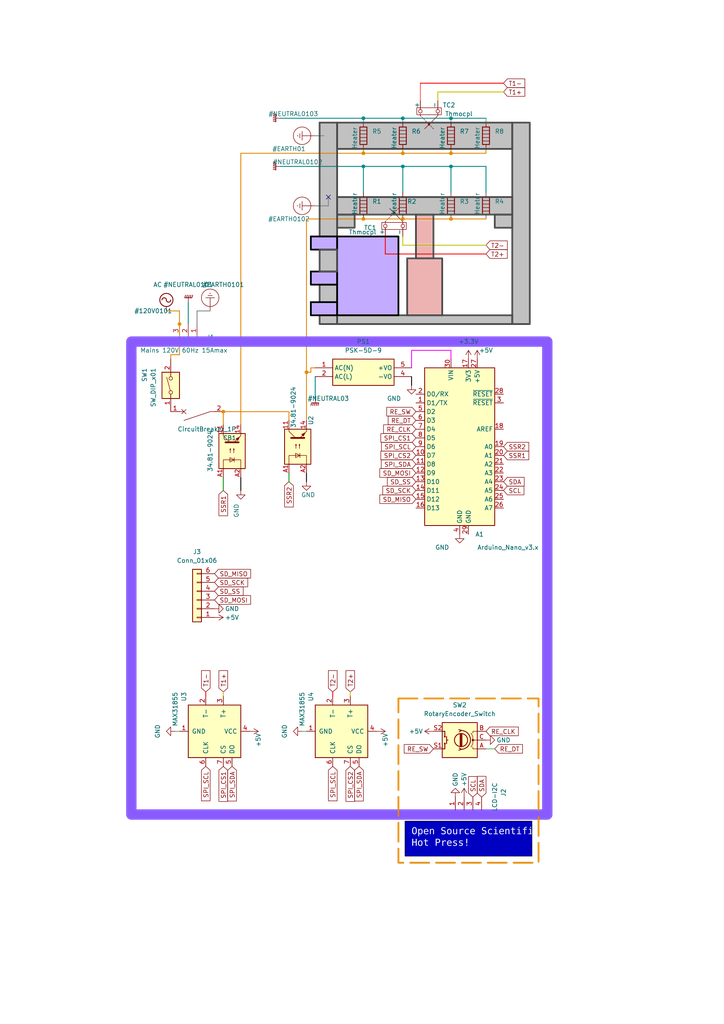
<source format=kicad_sch>
(kicad_sch (version 20230121) (generator eeschema)
  (paper "A4" portrait)
  (lib_symbols
    (symbol "Connector:Screw_Terminal_01x03" (pin_names (offset 1.016) hide)
      (property "Reference" "J" (at 0 5.08 0))
      (property "Value" "Screw_Terminal_01x03" (at 0 -5.08 0))
      (symbol "Screw_Terminal_01x03_1_1"
        (rectangle (start -1.27 3.81) (end 1.27 -3.81) (stroke (width 0.254)) (fill (type background)))
        (circle (center 0 -2.54) (radius 0.635) (stroke (width 0.1524)))
        (polyline (pts (xy -0.5334 -2.2098) (xy 0.3302 -3.048)) (stroke (width 0.1524)))
        (polyline (pts (xy -0.5334 0.3302) (xy 0.3302 -0.508)) (stroke (width 0.1524)))
        (polyline (pts (xy -0.5334 2.8702) (xy 0.3302 2.032)) (stroke (width 0.1524)))
        (polyline (pts (xy -0.3556 -2.032) (xy 0.508 -2.8702)) (stroke (width 0.1524)))
        (polyline (pts (xy -0.3556 0.508) (xy 0.508 -0.3302)) (stroke (width 0.1524)))
        (polyline (pts (xy -0.3556 3.048) (xy 0.508 2.2098)) (stroke (width 0.1524)))
        (circle (center 0 0) (radius 0.635) (stroke (width 0.1524)))
        (circle (center 0 2.54) (radius 0.635) (stroke (width 0.1524)))
        (pin passive line (at -5.08 2.54 0) (length 3.81) (name "Pin_1") (number "1"))
        (pin passive line (at -5.08 0 0) (length 3.81) (name "Pin_2") (number "2"))
        (pin passive line (at -5.08 -2.54 0) (length 3.81) (name "Pin_3") (number "3"))
      )
    )
    (symbol "Connector_Generic:Conn_01x04" (pin_names (offset 1.016) hide)
      (property "Reference" "J" (at 0 5.08 0))
      (property "Value" "Conn_01x04" (at 0 -7.62 0))
      (symbol "Conn_01x04_1_1"
        (rectangle (start -1.27 -4.953) (end 0 -5.207) (stroke (width 0.1524)))
        (rectangle (start -1.27 -2.413) (end 0 -2.667) (stroke (width 0.1524)))
        (rectangle (start -1.27 0.127) (end 0 -0.127) (stroke (width 0.1524)))
        (rectangle (start -1.27 2.667) (end 0 2.413) (stroke (width 0.1524)))
        (rectangle (start -1.27 3.81) (end 1.27 -6.35) (stroke (width 0.254)) (fill (type background)))
        (pin passive line (at -5.08 2.54 0) (length 3.81) (name "Pin_1") (number "1"))
        (pin passive line (at -5.08 0 0) (length 3.81) (name "Pin_2") (number "2"))
        (pin passive line (at -5.08 -2.54 0) (length 3.81) (name "Pin_3") (number "3"))
        (pin passive line (at -5.08 -5.08 0) (length 3.81) (name "Pin_4") (number "4"))
      )
    )
    (symbol "Connector_Generic:Conn_01x06" (pin_names (offset 1.016) hide)
      (property "Reference" "J" (at 0 7.62 0))
      (property "Value" "Conn_01x06" (at 0 -10.16 0))
      (symbol "Conn_01x06_1_1"
        (rectangle (start -1.27 -7.493) (end 0 -7.747) (stroke (width 0.1524)))
        (rectangle (start -1.27 -4.953) (end 0 -5.207) (stroke (width 0.1524)))
        (rectangle (start -1.27 -2.413) (end 0 -2.667) (stroke (width 0.1524)))
        (rectangle (start -1.27 0.127) (end 0 -0.127) (stroke (width 0.1524)))
        (rectangle (start -1.27 2.667) (end 0 2.413) (stroke (width 0.1524)))
        (rectangle (start -1.27 5.207) (end 0 4.953) (stroke (width 0.1524)))
        (rectangle (start -1.27 6.35) (end 1.27 -8.89) (stroke (width 0.254)) (fill (type background)))
        (pin passive line (at -5.08 5.08 0) (length 3.81) (name "Pin_1") (number "1"))
        (pin passive line (at -5.08 2.54 0) (length 3.81) (name "Pin_2") (number "2"))
        (pin passive line (at -5.08 0 0) (length 3.81) (name "Pin_3") (number "3"))
        (pin passive line (at -5.08 -2.54 0) (length 3.81) (name "Pin_4") (number "4"))
        (pin passive line (at -5.08 -5.08 0) (length 3.81) (name "Pin_5") (number "5"))
        (pin passive line (at -5.08 -7.62 0) (length 3.81) (name "Pin_6") (number "6"))
      )
    )
    (symbol "Device:CircuitBreaker_1P"
      (property "Reference" "CB" (at 1.905 0 0))
      (property "Value" "CircuitBreaker_1P" (at 1.905 1.905 0))
      (symbol "CircuitBreaker_1P_0_1"
        (polyline (pts (xy 0 -5.08) (xy 0 -3.81)))
        (polyline (pts (xy 0 -3.81) (xy -2.54 3.81)))
      )
      (symbol "CircuitBreaker_1P_1_1"
        (polyline (pts (xy -0.635 4.445) (xy 0.635 3.175)))
        (polyline (pts (xy 0 5.08) (xy 0 3.81)))
        (polyline (pts (xy 0.635 4.445) (xy -0.635 3.175)))
        (pin passive line (at 0 7.62 270) (length 2.54) (name "~") (number "1"))
        (pin passive line (at 0 -7.62 90) (length 2.54) (name "~") (number "2"))
      )
    )
    (symbol "Device:Heater" (pin_numbers hide) (pin_names (offset 0))
      (property "Reference" "R" (at 2.032 0 90))
      (property "Value" "Heater" (at -2.032 0 90))
      (symbol "Heater_0_1"
        (rectangle (start -1.016 -2.54) (end 1.016 2.54) (stroke (width 0.254)))
        (polyline (pts (xy -1.016 1.524) (xy 1.016 1.524)))
        (polyline (pts (xy 1.016 -1.524) (xy -1.016 -1.524)))
        (polyline (pts (xy 1.016 -0.508) (xy -1.016 -0.508)))
        (polyline (pts (xy 1.016 0.508) (xy -1.016 0.508)))
      )
      (symbol "Heater_1_1"
        (pin passive line (at 0 3.81 270) (length 1.27) (name "~") (number "1"))
        (pin passive line (at 0 -3.81 90) (length 1.27) (name "~") (number "2"))
      )
    )
    (symbol "Device:RotaryEncoder_Switch" (pin_names (offset 0.254) hide)
      (property "Reference" "SW" (at 0 6.604 0))
      (property "Value" "RotaryEncoder_Switch" (at 0 -6.604 0))
      (symbol "RotaryEncoder_Switch_0_1"
        (rectangle (start -5.08 5.08) (end 5.08 -5.08) (stroke (width 0.254)) (fill (type background)))
        (circle (center -3.81 0) (radius 0.254) (fill (type outline)))
        (circle (center -0.381 0) (radius 1.905) (stroke (width 0.254)))
        (arc (start -0.381 2.667) (mid -3.0988 -0.0635) (end -0.381 -2.794) (stroke (width 0.254)))
        (polyline (pts (xy -0.635 -1.778) (xy -0.635 1.778)) (stroke (width 0.254)))
        (polyline (pts (xy -0.381 -1.778) (xy -0.381 1.778)) (stroke (width 0.254)))
        (polyline (pts (xy -0.127 1.778) (xy -0.127 -1.778)) (stroke (width 0.254)))
        (polyline (pts (xy 3.81 0) (xy 3.429 0)) (stroke (width 0.254)))
        (polyline (pts (xy 3.81 1.016) (xy 3.81 -1.016)) (stroke (width 0.254)))
        (polyline (pts (xy -5.08 -2.54) (xy -3.81 -2.54) (xy -3.81 -2.032)))
        (polyline (pts (xy -5.08 2.54) (xy -3.81 2.54) (xy -3.81 2.032)))
        (polyline (pts (xy 0.254 -3.048) (xy -0.508 -2.794) (xy 0.127 -2.413)) (stroke (width 0.254)))
        (polyline (pts (xy 0.254 2.921) (xy -0.508 2.667) (xy 0.127 2.286)) (stroke (width 0.254)))
        (polyline (pts (xy 5.08 -2.54) (xy 4.318 -2.54) (xy 4.318 -1.016)) (stroke (width 0.254)))
        (polyline (pts (xy 5.08 2.54) (xy 4.318 2.54) (xy 4.318 1.016)) (stroke (width 0.254)))
        (polyline (pts (xy -5.08 0) (xy -3.81 0) (xy -3.81 -1.016) (xy -3.302 -2.032)))
        (polyline (pts (xy -4.318 0) (xy -3.81 0) (xy -3.81 1.016) (xy -3.302 2.032)))
        (circle (center 4.318 -1.016) (radius 0.127) (stroke (width 0.254)))
        (circle (center 4.318 1.016) (radius 0.127) (stroke (width 0.254)))
      )
      (symbol "RotaryEncoder_Switch_1_1"
        (pin passive line (at -7.62 2.54 0) (length 2.54) (name "A") (number "A"))
        (pin passive line (at -7.62 -2.54 0) (length 2.54) (name "B") (number "B"))
        (pin passive line (at -7.62 0 0) (length 2.54) (name "C") (number "C"))
        (pin passive line (at 7.62 2.54 180) (length 2.54) (name "S1") (number "S1"))
        (pin passive line (at 7.62 -2.54 180) (length 2.54) (name "S2") (number "S2"))
      )
    )
    (symbol "Device:Thermocouple_Block" (pin_numbers hide) (pin_names (offset 0))
      (property "Reference" "TC" (at -3.048 3.81 0))
      (property "Value" "Thermocouple_Block" (at -5.08 -4.064 0))
      (symbol "Thermocouple_Block_0_1"
        (circle (center -1.778 0) (radius 0.254) (fill (type outline)))
        (polyline (pts (xy -2.794 -1.016) (xy -3.048 -1.27)))
        (polyline (pts (xy -2.286 -0.508) (xy -2.54 -0.762)))
        (polyline (pts (xy -1.778 0) (xy -2.032 -0.254)))
        (polyline (pts (xy -1.27 0.508) (xy -1.524 0.254)))
        (polyline (pts (xy -0.762 1.016) (xy -1.016 0.762)))
        (polyline (pts (xy -0.254 1.524) (xy -0.508 1.27)))
        (polyline (pts (xy 0.254 2.032) (xy 0 1.778)))
        (polyline (pts (xy 0.762 2.54) (xy 0.508 2.286)))
        (polyline (pts (xy 1.27 -2.54) (xy 1.016 -2.54)))
        (polyline (pts (xy 1.27 2.54) (xy 0.762 2.54)))
        (polyline (pts (xy 1.524 -2.54) (xy 0.762 -2.54) (xy -3.048 1.27)))
        (rectangle (start 1.016 3.556) (end 3.048 -3.556))
        (circle (center 2.032 -2.54) (radius 0.508))
        (circle (center 2.032 2.54) (radius 0.508))
      )
      (symbol "Thermocouple_Block_1_1"
        (pin passive line (at 5.08 2.54 180) (length 2.54) (name "+") (number "1"))
        (pin passive line (at 5.08 -2.54 180) (length 2.54) (name "-") (number "2"))
      )
    )
    (symbol "GND_1" (power) (pin_names (offset 0))
      (property "Value" "GND_1" (at 0 -3.81 0))
      (symbol "GND_1_0_1"
        (polyline (pts (xy 0 0) (xy 0 -1.27) (xy 1.27 -1.27) (xy 0 -2.54) (xy -1.27 -1.27) (xy 0 -1.27)))
      )
      (symbol "GND_1_1_1"
        (pin power_in line (at 0 0 270) (length 0) hide (name "GND") (number "1"))
      )
    )
    (symbol "MCU_Module:Arduino_Nano_v3.x"
      (property "Reference" "A" (at -10.16 23.495 0))
      (property "Value" "Arduino_Nano_v3.x" (at 5.08 -24.13 0))
      (symbol "Arduino_Nano_v3.x_0_1"
        (rectangle (start -10.16 22.86) (end 10.16 -22.86) (stroke (width 0.254)) (fill (type background)))
      )
      (symbol "Arduino_Nano_v3.x_1_1"
        (pin bidirectional line (at -12.7 12.7 0) (length 2.54) (name "D1/TX") (number "1"))
        (pin bidirectional line (at -12.7 -2.54 0) (length 2.54) (name "D7") (number "10"))
        (pin bidirectional line (at -12.7 -5.08 0) (length 2.54) (name "D8") (number "11"))
        (pin bidirectional line (at -12.7 -7.62 0) (length 2.54) (name "D9") (number "12"))
        (pin bidirectional line (at -12.7 -10.16 0) (length 2.54) (name "D10") (number "13"))
        (pin bidirectional line (at -12.7 -12.7 0) (length 2.54) (name "D11") (number "14"))
        (pin bidirectional line (at -12.7 -15.24 0) (length 2.54) (name "D12") (number "15"))
        (pin bidirectional line (at -12.7 -17.78 0) (length 2.54) (name "D13") (number "16"))
        (pin power_out line (at 2.54 25.4 270) (length 2.54) (name "3V3") (number "17"))
        (pin input line (at 12.7 5.08 180) (length 2.54) (name "AREF") (number "18"))
        (pin bidirectional line (at 12.7 0 180) (length 2.54) (name "A0") (number "19"))
        (pin bidirectional line (at -12.7 15.24 0) (length 2.54) (name "D0/RX") (number "2"))
        (pin bidirectional line (at 12.7 -2.54 180) (length 2.54) (name "A1") (number "20"))
        (pin bidirectional line (at 12.7 -5.08 180) (length 2.54) (name "A2") (number "21"))
        (pin bidirectional line (at 12.7 -7.62 180) (length 2.54) (name "A3") (number "22"))
        (pin bidirectional line (at 12.7 -10.16 180) (length 2.54) (name "A4") (number "23"))
        (pin bidirectional line (at 12.7 -12.7 180) (length 2.54) (name "A5") (number "24"))
        (pin bidirectional line (at 12.7 -15.24 180) (length 2.54) (name "A6") (number "25"))
        (pin bidirectional line (at 12.7 -17.78 180) (length 2.54) (name "A7") (number "26"))
        (pin power_out line (at 5.08 25.4 270) (length 2.54) (name "+5V") (number "27"))
        (pin input line (at 12.7 15.24 180) (length 2.54) (name "~{RESET}") (number "28"))
        (pin power_in line (at 2.54 -25.4 90) (length 2.54) (name "GND") (number "29"))
        (pin input line (at 12.7 12.7 180) (length 2.54) (name "~{RESET}") (number "3"))
        (pin power_in line (at -2.54 25.4 270) (length 2.54) (name "VIN") (number "30"))
        (pin power_in line (at 0 -25.4 90) (length 2.54) (name "GND") (number "4"))
        (pin bidirectional line (at -12.7 10.16 0) (length 2.54) (name "D2") (number "5"))
        (pin bidirectional line (at -12.7 7.62 0) (length 2.54) (name "D3") (number "6"))
        (pin bidirectional line (at -12.7 5.08 0) (length 2.54) (name "D4") (number "7"))
        (pin bidirectional line (at -12.7 2.54 0) (length 2.54) (name "D5") (number "8"))
        (pin bidirectional line (at -12.7 0 0) (length 2.54) (name "D6") (number "9"))
      )
    )
    (symbol "Relay_SolidState:34.81-9024"
      (property "Reference" "U" (at -5.08 5.08 0))
      (property "Value" "34.81-9024" (at 0 5.08 0))
      (symbol "34.81-9024_0_1"
        (rectangle (start -5.08 3.81) (end 5.08 -3.81) (stroke (width 0.254)) (fill (type background)))
        (polyline (pts (xy -3.175 -0.635) (xy -1.905 -0.635)))
        (polyline (pts (xy 2.54 1.905) (xy 2.54 -1.905) (xy 2.54 -1.905)) (stroke (width 0.508)))
        (polyline (pts (xy -5.08 2.54) (xy -2.54 2.54) (xy -2.54 -2.54) (xy -5.08 -2.54)))
        (polyline (pts (xy -2.54 -0.635) (xy -3.175 0.635) (xy -1.905 0.635) (xy -2.54 -0.635)))
        (polyline (pts (xy -0.508 -0.508) (xy 0.762 -0.508) (xy 0.381 -0.635) (xy 0.381 -0.381) (xy 0.762 -0.508)))
        (polyline (pts (xy -0.508 0.508) (xy 0.762 0.508) (xy 0.381 0.381) (xy 0.381 0.635) (xy 0.762 0.508)))
        (polyline (pts (xy 3.048 -1.651) (xy 3.556 -1.143) (xy 4.064 -2.159) (xy 3.048 -1.651) (xy 3.048 -1.651)) (fill (type outline)))
        (polyline (pts (xy 5.08 2.54) (xy 4.445 2.54) (xy 2.54 0.635) (xy 2.54 -0.635) (xy 4.445 -2.54) (xy 5.08 -2.54)))
      )
      (symbol "34.81-9024_1_1"
        (pin passive line (at 7.62 2.54 180) (length 2.54) (name "~") (number "11"))
        (pin passive line (at 7.62 -2.54 180) (length 2.54) (name "~") (number "14"))
        (pin passive line (at -7.62 2.54 0) (length 2.54) (name "~") (number "A1"))
        (pin passive line (at -7.62 -2.54 0) (length 2.54) (name "~") (number "A2"))
      )
    )
    (symbol "SamacSys_Parts:PSK-5D-9"
      (property "Reference" "PS" (at 24.13 7.62 0))
      (property "Value" "PSK-5D-9" (at 24.13 5.08 0))
      (symbol "PSK-5D-9_1_1"
        (rectangle (start 5.08 2.54) (end 22.86 -5.08) (stroke (width 0.254)) (fill (type background)))
        (pin passive line (at 0 0 0) (length 5.08) (name "AC(N)") (number "1"))
        (pin passive line (at 0 -2.54 0) (length 5.08) (name "AC(L)") (number "2"))
        (pin passive line (at 27.94 -2.54 180) (length 5.08) (name "-VO") (number "4"))
        (pin passive line (at 27.94 0 180) (length 5.08) (name "+VO") (number "5"))
      )
    )
    (symbol "Sensor_Temperature:MAX31855EASA" (pin_names (offset 1.016))
      (property "Reference" "U1" (at -11.43 -8.89 0))
      (property "Value" "MAX31855" (at -11.43 -11.43 0))
      (symbol "MAX31855EASA_0_1"
        (rectangle (start -7.62 7.62) (end 7.62 -7.62) (stroke (width 0.254)) (fill (type background)))
      )
      (symbol "MAX31855EASA_1_1"
        (pin power_in line (at 0 -10.16 90) (length 2.54) (name "GND") (number "1"))
        (pin passive line (at -10.16 -2.54 0) (length 2.54) (name "T-") (number "2"))
        (pin passive line (at -10.16 2.54 0) (length 2.54) (name "T+") (number "3"))
        (pin power_in line (at 0 10.16 270) (length 2.54) (name "VCC") (number "4"))
        (pin input line (at 10.16 5.08 180) (length 2.54) (name "DO") (number "5"))
        (pin input line (at 10.16 -2.54 180) (length 2.54) (name "CLK") (number "6"))
        (pin tri_state line (at 10.16 2.54 180) (length 2.54) (name "CS") (number "7"))
      )
    )
    (symbol "Switch:SW_DIP_x01" (pin_names (offset 0) hide)
      (property "Reference" "SW" (at 0 3.81 0))
      (property "Value" "SW_DIP_x01" (at 0 -3.81 0))
      (symbol "SW_DIP_x01_0_0"
        (circle (center -2.032 0) (radius 0.508))
        (polyline (pts (xy -1.524 0.127) (xy 2.3622 1.1684)))
        (circle (center 2.032 0) (radius 0.508))
      )
      (symbol "SW_DIP_x01_0_1"
        (rectangle (start -3.81 2.54) (end 3.81 -2.54) (stroke (width 0.254)) (fill (type background)))
      )
      (symbol "SW_DIP_x01_1_1"
        (pin passive line (at -7.62 0 0) (length 5.08) (name "~") (number "1"))
        (pin passive line (at 7.62 0 180) (length 5.08) (name "~") (number "2"))
      )
    )
    (symbol "power:+3.3V" (power) (pin_names (offset 0))
      (property "Value" "+3.3V" (at 0 3.556 0))
      (symbol "+3.3V_0_1"
        (polyline (pts (xy -0.762 1.27) (xy 0 2.54)))
        (polyline (pts (xy 0 0) (xy 0 2.54)))
        (polyline (pts (xy 0 2.54) (xy 0.762 1.27)))
      )
      (symbol "+3.3V_1_1"
        (pin power_in line (at 0 0 90) (length 0) hide (name "+3.3V") (number "1"))
      )
    )
    (symbol "power:+5V" (power) (pin_names (offset 0))
      (property "Value" "+5V" (at 0 3.556 0))
      (symbol "+5V_0_1"
        (polyline (pts (xy -0.762 1.27) (xy 0 2.54)))
        (polyline (pts (xy 0 0) (xy 0 2.54)))
        (polyline (pts (xy 0 2.54) (xy 0.762 1.27)))
      )
      (symbol "+5V_1_1"
        (pin power_in line (at 0 0 90) (length 0) hide (name "+5V") (number "1"))
      )
    )
    (symbol "power:AC" (power) (pin_names (offset 0))
      (property "Value" "AC" (at 0 6.35 0))
      (symbol "AC_0_1"
        (polyline (pts (xy 0 0) (xy 0 1.27)))
        (arc (start 0 3.175) (mid -0.635 3.8073) (end -1.27 3.175) (stroke (width 0.254)))
        (arc (start 0 3.175) (mid 0.635 2.5427) (end 1.27 3.175) (stroke (width 0.254)))
        (circle (center 0 3.175) (radius 1.905) (stroke (width 0.254)))
      )
      (symbol "AC_1_1"
        (pin power_in line (at 0 0 90) (length 0) hide (name "AC") (number "1"))
      )
    )
    (symbol "power:Earth_Protective" (power) (pin_names (offset 0))
      (symbol "Earth_Protective_0_1"
        (circle (center 0 -3.81) (radius 2.54))
        (polyline (pts (xy -0.635 -4.445) (xy 0.635 -4.445)))
        (polyline (pts (xy -0.127 -5.08) (xy 0.127 -5.08)))
        (polyline (pts (xy 0 -3.81) (xy 0 0)))
        (polyline (pts (xy 1.27 -3.81) (xy -1.27 -3.81)))
      )
      (symbol "Earth_Protective_1_1"
        (pin power_in line (at 0 0 270) (length 0) hide (name "Earth_Protective") (number "1"))
      )
    )
    (symbol "power:GND" (power) (pin_names (offset 0))
      (property "Value" "GND" (at 0 -3.81 0))
      (symbol "GND_0_1"
        (polyline (pts (xy 0 0) (xy 0 -1.27) (xy 1.27 -1.27) (xy 0 -2.54) (xy -1.27 -1.27) (xy 0 -1.27)))
      )
      (symbol "GND_1_1"
        (pin power_in line (at 0 0 270) (length 0) hide (name "GND") (number "1"))
      )
    )
    (symbol "power:GNDPWR" (power) (pin_names (offset 0))
      (property "Value" "GNDPWR" (at 0 -3.302 0))
      (symbol "GNDPWR_0_1"
        (polyline (pts (xy 0 -1.27) (xy 0 0)))
        (polyline (pts (xy -1.016 -1.27) (xy -1.27 -2.032) (xy -1.27 -2.032)) (stroke (width 0.2032)))
        (polyline (pts (xy -0.508 -1.27) (xy -0.762 -2.032) (xy -0.762 -2.032)) (stroke (width 0.2032)))
        (polyline (pts (xy 0 -1.27) (xy -0.254 -2.032) (xy -0.254 -2.032)) (stroke (width 0.2032)))
        (polyline (pts (xy 0.508 -1.27) (xy 0.254 -2.032) (xy 0.254 -2.032)) (stroke (width 0.2032)))
        (polyline (pts (xy 1.016 -1.27) (xy -1.016 -1.27) (xy -1.016 -1.27)) (stroke (width 0.2032)))
        (polyline (pts (xy 1.016 -1.27) (xy 0.762 -2.032) (xy 0.762 -2.032) (xy 0.762 -2.032)) (stroke (width 0.2032)))
      )
      (symbol "GNDPWR_1_1"
        (pin power_in line (at 0 0 270) (length 0) hide (name "GNDPWR") (number "1"))
      )
    )
  )
  (junction (at 116.84 44.45) (color 221 133 0 1))
  (junction (at 88.9 107.95) (color 221 133 0 1))
  (junction (at 64.77 119.38) (color 221 133 0 1))
  (junction (at 130.81 48.26) (color 0 132 132 1))
  (junction (at 130.81 34.29) (color 0 132 132 1))
  (junction (at 116.84 34.29) (color 0 132 132 1))
  (junction (at 105.41 34.29) (color 0 132 132 1))
  (junction (at 52.07 93.98) (color 221 133 0 1))
  (junction (at 130.81 63.5) (color 221 133 0 1))
  (junction (at 105.41 63.5) (color 221 133 0 1))
  (junction (at 105.41 44.45) (color 221 133 0 1))
  (junction (at 130.81 44.45) (color 221 133 0 1))
  (junction (at 116.84 63.5) (color 221 133 0 1))
  (junction (at 116.84 48.26) (color 0 132 132 1))
  (junction (at 105.41 48.26) (color 0 132 132 1))
  (no_connect (at 95.25 57.15))
  (wire (pts (xy 140.97 44.45) (xy 130.81 44.45)) (stroke (width 0.25) (color 221 133 0 1)))
  (wire (pts (xy 116.84 34.29) (xy 130.81 34.29)) (stroke (width 0.25) (color 0 132 132 1)))
  (wire (pts (xy 140.97 44.45) (xy 140.97 43.18)) (stroke (width 0.25) (color 221 133 0 1)))
  (wire (pts (xy 69.85 142.24) (xy 69.85 138.43)) (stroke (width 0.25) (color 0 0 0 1)))
  (wire (pts (xy 96.52 200.66) (xy 96.52 201.93)) (stroke (width 0.25) (color 255 0 0 1)))
  (wire (pts (xy 64.77 200.66) (xy 64.77 201.93)) (stroke (width 0.25) (color 194 194 0 1)))
  (wire (pts (xy 50.8 212.09) (xy 52.07 212.09)))
  (wire (pts (xy 81.28 48.26) (xy 105.41 48.26)) (stroke (width 0.25) (color 0 132 132 1)))
  (wire (pts (xy 121.92 29.21) (xy 121.92 24.13)) (stroke (width 0) (color 255 0 0 1)))
  (wire (pts (xy 52.07 102.87) (xy 52.07 93.98)) (stroke (width 0.25) (color 221 133 0 1)))
  (wire (pts (xy 91.44 115.57) (xy 91.44 109.22)) (stroke (width 0.25) (color 0 132 132 1)))
  (wire (pts (xy 64.77 142.24) (xy 64.77 138.43)) (stroke (width 0.25)))
  (wire (pts (xy 116.84 43.18) (xy 116.84 44.45)) (stroke (width 0.25) (color 221 133 0 1)))
  (wire (pts (xy 116.84 63.5) (xy 130.81 63.5)) (stroke (width 0.25) (color 221 133 0 1)))
  (wire (pts (xy 130.81 44.45) (xy 116.84 44.45)) (stroke (width 0.25) (color 221 133 0 1)))
  (wire (pts (xy 88.9 107.95) (xy 88.9 121.92)) (stroke (width 0.25) (color 221 133 0 1)))
  (wire (pts (xy 95.25 59.69) (xy 95.25 57.15)) (stroke (width 0.25) (color 132 132 132 1)))
  (wire (pts (xy 130.81 43.18) (xy 130.81 44.45)) (stroke (width 0.25) (color 221 133 0 1)))
  (wire (pts (xy 88.9 139.7) (xy 88.9 137.16)) (stroke (width 0.25) (color 0 0 0 1)))
  (wire (pts (xy 91.44 106.68) (xy 90.17 106.68)) (stroke (width 0.25) (color 221 133 0 1)))
  (wire (pts (xy 105.41 48.26) (xy 116.84 48.26)) (stroke (width 0.25) (color 0 132 132 1)))
  (wire (pts (xy 116.84 71.12) (xy 116.84 68.58)) (stroke (width 0.25) (color 194 194 0 1)))
  (wire (pts (xy 83.82 121.92) (xy 83.82 119.38)) (stroke (width 0.25) (color 221 133 0 1)))
  (wire (pts (xy 130.81 101.6) (xy 130.81 104.14)) (stroke (width 0.25) (color 255 0 255 1)))
  (wire (pts (xy 116.84 34.29) (xy 116.84 35.56)) (stroke (width 0) (color 0 132 132 1)))
  (wire (pts (xy 69.85 44.45) (xy 69.85 123.19)) (stroke (width 0.25) (color 221 133 0 1)))
  (wire (pts (xy 49.53 104.14) (xy 49.53 102.87)) (stroke (width 0.25) (color 221 133 0 1)))
  (wire (pts (xy 69.85 44.45) (xy 105.41 44.45)) (stroke (width 0.25) (color 221 133 0 1)))
  (wire (pts (xy 90.17 106.68) (xy 90.17 107.95)) (stroke (width 0.25) (color 221 133 0 1)))
  (wire (pts (xy 54.61 87.63) (xy 54.61 93.98)) (stroke (width 0.25) (color 0 132 132 1)))
  (wire (pts (xy 140.97 71.12) (xy 116.84 71.12)) (stroke (width 0.25) (color 194 194 0 1)))
  (wire (pts (xy 140.97 55.88) (xy 140.97 48.26)) (stroke (width 0.25) (color 0 132 132 1)))
  (wire (pts (xy 88.9 63.5) (xy 105.41 63.5)) (stroke (width 0.25) (color 221 133 0 1)))
  (wire (pts (xy 116.84 48.26) (xy 130.81 48.26)) (stroke (width 0.25) (color 0 132 132 1)))
  (wire (pts (xy 140.97 35.56) (xy 140.97 34.29)))
  (wire (pts (xy 130.81 63.5) (xy 140.97 63.5)) (stroke (width 0.25) (color 221 133 0 1)))
  (wire (pts (xy 111.76 68.58) (xy 111.76 73.66)) (stroke (width 0.25) (color 255 0 0 1)))
  (wire (pts (xy 88.9 107.95) (xy 90.17 107.95)) (stroke (width 0.25) (color 221 133 0 1)))
  (wire (pts (xy 127 26.67) (xy 146.05 26.67)) (stroke (width 0.25) (color 194 194 0 1)))
  (wire (pts (xy 59.69 200.66) (xy 59.69 201.93)) (stroke (width 0.25) (color 255 0 0 1)))
  (wire (pts (xy 91.44 39.37) (xy 93.98 39.37)) (stroke (width 0.25) (color 132 132 132 1)))
  (wire (pts (xy 130.81 34.29) (xy 140.97 34.29)) (stroke (width 0.25) (color 0 132 132 1)))
  (wire (pts (xy 87.63 212.09) (xy 88.9 212.09)))
  (wire (pts (xy 48.26 90.17) (xy 52.07 90.17)) (stroke (width 0.25) (color 221 133 0 1)))
  (wire (pts (xy 119.38 109.22) (xy 119.38 111.76)) (stroke (width 0.25) (color 0 0 0 1)))
  (wire (pts (xy 91.44 59.69) (xy 95.25 59.69)) (stroke (width 0.25) (color 132 132 132 1)))
  (wire (pts (xy 64.77 119.38) (xy 64.77 123.19)) (stroke (width 0.25) (color 221 133 0 1)))
  (wire (pts (xy 101.6 200.66) (xy 101.6 201.93)) (stroke (width 0.25) (color 194 194 0 1)))
  (wire (pts (xy 64.77 119.38) (xy 83.82 119.38)) (stroke (width 0.25) (color 221 133 0 1)))
  (wire (pts (xy 60.96 90.17) (xy 57.15 90.17)) (stroke (width 0.25) (color 132 132 132 1)))
  (wire (pts (xy 116.84 48.26) (xy 116.84 55.88)) (stroke (width 0.25) (color 0 132 132 1)))
  (wire (pts (xy 119.38 106.68) (xy 119.38 101.6)) (stroke (width 0.25) (color 255 0 255 1)))
  (wire (pts (xy 105.41 43.18) (xy 105.41 44.45)) (stroke (width 0.25) (color 221 133 0 1)))
  (wire (pts (xy 111.76 73.66) (xy 140.97 73.66)) (stroke (width 0.25) (color 255 0 0 1)))
  (wire (pts (xy 57.15 90.17) (xy 57.15 93.98)) (stroke (width 0.25) (color 132 132 132 1)))
  (wire (pts (xy 52.07 90.17) (xy 52.07 93.98)) (stroke (width 0.25) (color 221 133 0 1)))
  (wire (pts (xy 105.41 48.26) (xy 105.41 55.88)) (stroke (width 0.25) (color 0 132 132 1)))
  (wire (pts (xy 49.53 102.87) (xy 52.07 102.87)) (stroke (width 0.25) (color 221 133 0 1)))
  (wire (pts (xy 130.81 48.26) (xy 130.81 55.88)) (stroke (width 0.25) (color 0 132 132 1)))
  (wire (pts (xy 83.82 139.7) (xy 83.82 137.16)) (stroke (width 0.25)))
  (wire (pts (xy 130.81 34.29) (xy 130.81 35.56)) (stroke (width 0) (color 0 132 132 1)))
  (wire (pts (xy 140.97 217.17) (xy 143.51 217.17)))
  (wire (pts (xy 119.38 101.6) (xy 130.81 101.6)) (stroke (width 0.25) (color 255 0 255 1)))
  (wire (pts (xy 121.92 24.13) (xy 146.05 24.13)) (stroke (width 0.25) (color 255 0 0 1)))
  (wire (pts (xy 105.41 34.29) (xy 116.84 34.29)) (stroke (width 0.25) (color 0 132 132 1)))
  (wire (pts (xy 116.84 44.45) (xy 105.41 44.45)) (stroke (width 0.25) (color 221 133 0 1)))
  (wire (pts (xy 81.28 34.29) (xy 105.41 34.29)) (stroke (width 0.25) (color 0 132 132 1)))
  (wire (pts (xy 105.41 63.5) (xy 116.84 63.5)) (stroke (width 0.25) (color 221 133 0 1)))
  (wire (pts (xy 88.9 63.5) (xy 88.9 107.95)) (stroke (width 0.25) (color 221 133 0 1)))
  (wire (pts (xy 130.81 48.26) (xy 140.97 48.26)) (stroke (width 0.25) (color 0 132 132 1)))
  (wire (pts (xy 127 26.67) (xy 127 29.21)) (stroke (width 0.25) (color 194 194 0 1)))
  (wire (pts (xy 105.41 34.29) (xy 105.41 35.56)) (stroke (width 0) (color 0 132 132 1)))
  (rectangle (start 120.65 62.23) (end 125.73 74.93) (stroke (width 0.5) (color 72 72 72 0.5)) (fill (type color) (color 194 0 0 0.3)))
  (rectangle (start 97.79 62.23) (end 102.87 66.04) (stroke (width 0.5) (color 72 72 72 0.3)) (fill (type color) (color 132 132 132 0.5)))
  (rectangle (start 90.17 78.74) (end 97.79 82.55) (stroke (width 0.5) (color 0 0 0 0.3)) (fill (type color) (color 137 91 255 0.5)))
  (rectangle (start 143.51 62.23) (end 148.59 66.04) (stroke (width 0.5) (color 72 72 72 0.3)) (fill (type color) (color 132 132 132 0.5)))
  (rectangle (start 115.57 202.5579) (end 156.21 250.19) (stroke (width 0.5) (type dash) (color 221 133 0 1)))
  (rectangle (start 97.79 68.58) (end 115.57 91.44) (stroke (width 0.5) (color 0 0 0 0.3)) (fill (type color) (color 137 91 255 0.5)))
  (rectangle (start 148.59 35.56) (end 153.67 93.98) (stroke (width 0.5) (color 72 72 72 0.3)) (fill (type color) (color 132 132 132 0.5)))
  (rectangle (start 38.1 99.06) (end 158.75 236.22) (stroke (width 3) (color 137 91 255 0.5490196078)))
  (rectangle (start 97.79 57.15) (end 148.59 62.23) (stroke (width 0.5) (color 72 72 72 0.3)) (fill (type color) (color 132 132 132 0.5)))
  (rectangle (start 118.11 74.93) (end 128.27 91.44) (stroke (width 0.5) (color 72 72 72 0.5)) (fill (type color) (color 194 0 0 0.3)))
  (rectangle (start 97.79 91.44) (end 148.59 93.98) (stroke (width 0.5) (color 72 72 72 0.3)) (fill (type color) (color 132 132 132 0.5)))
  (rectangle (start 92.71 35.56) (end 97.79 68.58) (stroke (width 0.5) (color 72 72 72 0.3)) (fill (type color) (color 132 132 132 0.5)))
  (rectangle (start 92.71 72.39) (end 97.79 78.74) (stroke (width 0.5) (color 72 72 72 0.3)) (fill (type color) (color 132 132 132 0.5)))
  (rectangle (start 97.79 35.56) (end 148.59 43.18) (stroke (width 0.5) (color 72 72 72 0.3)) (fill (type color) (color 132 132 132 0.5)))
  (rectangle (start 90.17 87.63) (end 97.79 91.44) (stroke (width 0.5) (color 0 0 0 0.3)) (fill (type color) (color 137 91 255 0.5)))
  (rectangle (start 154.305 238.125) (end 117.475 248.285) (stroke (width 0) (color 0 0 0 1)) (fill (type color) (color 0 0 194 1)))
  (rectangle (start 90.17 68.58) (end 97.79 72.39) (stroke (width 0.5) (color 0 0 0 0.3)) (fill (type color) (color 137 91 255 0.5)))
  (rectangle (start 92.71 91.44) (end 97.79 93.98) (stroke (width 0.5) (color 72 72 72 0.3)) (fill (type color) (color 132 132 132 0.5)))
  (rectangle (start 92.71 82.55) (end 97.79 87.63) (stroke (width 0.5) (color 72 72 72 0.3)) (fill (type color) (color 132 132 132 0.5)))
  (text "Open Source Scientific\nHot Press!" (at 119.38 246.38 0) (effects (font (size 2 2)) (justify left bottom)))
  (global_label "T1+" (shape input) (at 64.77 200.66 90) (property "Intersheetrefs" "${INTERSHEET_REFS}" (effects hide)))
  (global_label "SCL" (shape input) (at 146.05 142.24 0) (property "Intersheetrefs" "${INTERSHEET_REFS}" (effects hide)))
  (global_label "SD_SCK" (shape input) (at 120.65 142.24 180) (property "Intersheetrefs" "${INTERSHEET_REFS}" (effects hide)))
  (global_label "SD_SS" (shape input) (at 62.23 171.45 0) (property "Intersheetrefs" "${INTERSHEET_REFS}" (effects hide)))
  (global_label "T2+" (shape input) (at 140.97 73.66 0) (property "Intersheetrefs" "${INTERSHEET_REFS}" (effects hide)))
  (global_label "SDA" (shape input) (at 139.7 231.14 90) (property "Intersheetrefs" "${INTERSHEET_REFS}" (effects hide)))
  (global_label "T2-" (shape input) (at 96.52 200.66 90) (property "Intersheetrefs" "${INTERSHEET_REFS}" (effects hide)))
  (global_label "SSR1" (shape input) (at 64.77 142.24 270) (property "Intersheetrefs" "${INTERSHEET_REFS}" (effects hide)))
  (global_label "SPI_SCL" (shape input) (at 120.65 129.54 180) (property "Intersheetrefs" "${INTERSHEET_REFS}" (effects hide)))
  (global_label "SPI_SDA" (shape input) (at 120.65 134.62 180) (property "Intersheetrefs" "${INTERSHEET_REFS}" (effects hide)))
  (global_label "RE_CLK" (shape input) (at 140.97 212.09 0) (property "Intersheetrefs" "${INTERSHEET_REFS}" (effects hide)))
  (global_label "SPI_SDA" (shape input) (at 67.31 222.25 270) (property "Intersheetrefs" "${INTERSHEET_REFS}" (effects hide)))
  (global_label "SCL" (shape input) (at 137.16 231.14 90) (property "Intersheetrefs" "${INTERSHEET_REFS}" (effects hide)))
  (global_label "T2+" (shape input) (at 101.6 200.66 90) (property "Intersheetrefs" "${INTERSHEET_REFS}" (effects hide)))
  (global_label "SPI_SCL" (shape input) (at 59.69 222.25 270) (property "Intersheetrefs" "${INTERSHEET_REFS}" (effects hide)))
  (global_label "RE_CLK" (shape input) (at 120.65 124.46 180) (property "Intersheetrefs" "${INTERSHEET_REFS}" (effects hide)))
  (global_label "SPI_CS1" (shape input) (at 120.65 127 180) (property "Intersheetrefs" "${INTERSHEET_REFS}" (effects hide)))
  (global_label "SPI_CS2" (shape input) (at 101.6 222.25 270) (property "Intersheetrefs" "${INTERSHEET_REFS}" (effects hide)))
  (global_label "SD_SS" (shape input) (at 120.65 139.7 180) (property "Intersheetrefs" "${INTERSHEET_REFS}" (effects hide)))
  (global_label "SSR1" (shape input) (at 146.05 132.08 0) (property "Intersheetrefs" "${INTERSHEET_REFS}" (effects hide)))
  (global_label "RE_DT" (shape input) (at 120.65 121.92 180) (property "Intersheetrefs" "${INTERSHEET_REFS}" (effects hide)))
  (global_label "SD_MOSI" (shape input) (at 120.65 137.16 180) (property "Intersheetrefs" "${INTERSHEET_REFS}" (effects hide)))
  (global_label "SD_MISO" (shape input) (at 120.65 144.78 180) (property "Intersheetrefs" "${INTERSHEET_REFS}" (effects hide)))
  (global_label "SPI_CS2" (shape input) (at 120.65 132.08 180) (property "Intersheetrefs" "${INTERSHEET_REFS}" (effects hide)))
  (global_label "SD_MOSI" (shape input) (at 62.23 173.99 0) (property "Intersheetrefs" "${INTERSHEET_REFS}" (effects hide)))
  (global_label "T2-" (shape input) (at 140.97 71.12 0) (property "Intersheetrefs" "${INTERSHEET_REFS}" (effects hide)))
  (global_label "SPI_SCL" (shape input) (at 96.52 222.25 270) (property "Intersheetrefs" "${INTERSHEET_REFS}" (effects hide)))
  (global_label "T1-" (shape input) (at 59.69 200.66 90) (property "Intersheetrefs" "${INTERSHEET_REFS}" (effects hide)))
  (global_label "SPI_SDA" (shape input) (at 104.14 222.25 270) (property "Intersheetrefs" "${INTERSHEET_REFS}" (effects hide)))
  (global_label "RE_DT" (shape input) (at 143.51 217.17 0) (property "Intersheetrefs" "${INTERSHEET_REFS}" (effects hide)))
  (global_label "SDA" (shape input) (at 146.05 139.7 0) (property "Intersheetrefs" "${INTERSHEET_REFS}" (effects hide)))
  (global_label "SD_MISO" (shape input) (at 62.23 166.37 0) (property "Intersheetrefs" "${INTERSHEET_REFS}" (effects hide)))
  (global_label "SSR2" (shape input) (at 146.05 129.54 0) (property "Intersheetrefs" "${INTERSHEET_REFS}" (effects hide)))
  (global_label "RE_SW" (shape input) (at 125.73 217.17 180) (property "Intersheetrefs" "${INTERSHEET_REFS}" (effects hide)))
  (global_label "T1-" (shape input) (at 146.05 24.13 0) (property "Intersheetrefs" "${INTERSHEET_REFS}" (effects hide)))
  (global_label "T1+" (shape input) (at 146.05 26.67 0) (property "Intersheetrefs" "${INTERSHEET_REFS}" (effects hide)))
  (global_label "RE_SW" (shape input) (at 120.65 119.38 180) (property "Intersheetrefs" "${INTERSHEET_REFS}" (effects hide)))
  (global_label "SSR2" (shape input) (at 83.82 139.7 270) (property "Intersheetrefs" "${INTERSHEET_REFS}" (effects hide)))
  (global_label "SPI_CS1" (shape input) (at 64.77 222.25 270) (property "Intersheetrefs" "${INTERSHEET_REFS}" (effects hide)))
  (global_label "SD_SCK" (shape input) (at 62.23 168.91 0) (property "Intersheetrefs" "${INTERSHEET_REFS}" (effects hide)))
  (symbol (lib_id "Device:Thermocouple_Block") (at 114.3 63.5 90) (mirror x) (unit 1)
    (property "Reference" "TC1" (at 109.22 66.04 90) (effects (justify left)))
    (property "Value" "Thmocpl" (at 109.22 67.31 90) (effects (justify left)))
  )
  (symbol (lib_id "Device:RotaryEncoder_Switch") (at 133.35 214.63 180) (unit 1)
    (property "Reference" "SW2" (at 133.35 204.47 0))
    (property "Value" "RotaryEncoder_Switch" (at 133.35 207.01 0))
  )
  (symbol (lib_id "SamacSys_Parts:PSK-5D-9") (at 91.44 106.68 0) (unit 1)
    (property "Reference" "PS1" (at 105.41 99.06 0))
    (property "Value" "PSK-5D-9" (at 105.41 101.6 0))
    (property "Footprint" "Converter_ACDC:Converter_ACDC_HiLink_HLK-5Mxx" (effects hide))
    (property "Height" "18.1" (effects hide))
    (property "Mouser Part Number" "490-PSK-5D-9" (effects hide))
    (property "Mouser Price/Stock" "https://www.mouser.co.uk/ProductDetail/CUI-Inc/PSK-5D-9?qs=DRkmTr78QAS7xBfnsfADZA%3D%3D" (effects hide))
    (property "Manufacturer_Name" "CUI Inc." (effects hide))
    (property "Manufacturer_Part_Number" "PSK-5D-9" (effects hide))
  )
  (symbol (lib_id "Device:Heater") (at 130.81 39.37 0) (unit 1)
    (property "Reference" "R7" (at 133.35 38.1 0) (effects (justify left)))
    (property "Value" "Heater" (at 128.27 43.18 90) (effects (justify left)))
  )
  (symbol (lib_id "Connector_Generic:Conn_01x06") (at 57.15 173.99 180) (unit 1)
    (property "Reference" "J3" (at 57.15 160.02 0))
    (property "Value" "Conn_01x06" (at 57.15 162.56 0))
  )
  (symbol (lib_id "power:Earth_Protective") (at 91.44 39.37 270) (unit 1)
    (property "Reference" "#EARTH01" (at 83.82 43.18 90))
    (property "Value" "Earth_Protective" (effects hide))
  )
  (symbol (lib_id "power:Earth_Protective") (at 60.96 90.17 180) (unit 1)
    (property "Reference" "#EARTH0101" (at 64.77 82.55 0))
    (property "Value" "Earth_Protective" (effects hide))
  )
  (symbol (lib_id "Connector_Generic:Conn_01x04") (at 134.62 236.22 90) (mirror x) (unit 1)
    (property "Reference" "J2" (at 146.05 229.87 0))
    (property "Value" "LCD-I2C" (at 143.51 231.14 0))
    (property "Footprint" "Connector_PinSocket_2.54mm:PinSocket_1x04_P2.54mm_Vertical" (effects hide))
  )
  (symbol (lib_name "GND_1") (lib_id "power:GND") (at 62.23 176.53 90) (unit 1)
    (property "Reference" "#PWR08" (effects hide))
    (property "Value" "GND" (at 67.31 176.53 90))
  )
  (symbol (lib_id "Device:Heater") (at 105.41 59.69 0) (unit 1)
    (property "Reference" "R1" (at 107.95 58.42 0) (effects (justify left)))
    (property "Value" "Heater" (at 102.87 62.23 90) (effects (justify left)))
  )
  (symbol (lib_id "Device:Thermocouple_Block") (at 124.46 34.29 90) (unit 1)
    (property "Reference" "TC2" (at 132.08 30.48 90) (effects (justify left)))
    (property "Value" "Thmocpl" (at 137.16 33.02 90) (effects (justify left)))
  )
  (symbol (lib_id "Sensor_Temperature:MAX31855EASA") (at 99.06 212.09 270) (unit 1)
    (property "Reference" "U4" (at 90.17 200.66 0) (effects (justify left)))
    (property "Value" "MAX31855" (at 87.63 200.66 0) (effects (justify left)))
    (property "Footprint" "Package_SO:SOIC-8_3.9x4.9mm_P1.27mm" (effects hide))
    (property "Datasheet" "http://datasheets.maximintegrated.com/en/ds/MAX31855.pdf" (effects hide))
  )
  (symbol (lib_id "Relay_SolidState:34.81-9024") (at 67.31 130.81 90) (unit 1)
    (property "Reference" "U1" (effects hide))
    (property "Value" "34.81-9024" (at 60.96 130.81 0))
    (property "Footprint" "OptoDevice:Finder_34.81" (effects hide))
    (property "Datasheet" "http://www.us.liteon.com/downloads/LTV-817-827-847.PDF" (effects hide))
  )
  (symbol (lib_id "Sensor_Temperature:MAX31855EASA") (at 62.23 212.09 270) (unit 1)
    (property "Reference" "U3" (at 53.34 200.66 0) (effects (justify left)))
    (property "Value" "MAX31855" (at 50.8 200.66 0) (effects (justify left)))
    (property "Footprint" "Package_SO:SOIC-8_3.9x4.9mm_P1.27mm" (effects hide))
    (property "Datasheet" "http://datasheets.maximintegrated.com/en/ds/MAX31855.pdf" (effects hide))
  )
  (symbol (lib_id "power:+5V") (at 109.22 212.09 270) (unit 1)
    (property "Reference" "#PWR05" (effects hide))
    (property "Value" "+5V" (at 111.76 214.63 0))
  )
  (symbol (lib_id "power:GND") (at 69.85 142.24 0) (unit 1)
    (property "Reference" "#PWR014" (effects hide))
    (property "Value" "GND" (at 68.58 146.05 90) (effects (justify right)))
  )
  (symbol (lib_id "power:GNDPWR") (at 91.44 115.57 0) (unit 1)
    (property "Reference" "#NEUTRAL03" (at 95.25 115.57 0))
    (property "Value" "GNDPWR" (effects hide))
  )
  (symbol (lib_id "power:+5V") (at 62.23 179.07 270) (unit 1)
    (property "Reference" "#PWR09" (effects hide))
    (property "Value" "+5V" (at 67.31 179.07 90))
  )
  (symbol (lib_id "power:+5V") (at 138.43 104.14 0) (unit 1)
    (property "Reference" "#PWR01" (effects hide))
    (property "Value" "+5V" (at 140.97 101.6 0))
  )
  (symbol (lib_id "power:GNDPWR") (at 81.28 34.29 270) (unit 1)
    (property "Reference" "#NEUTRAL0103" (at 85.09 33.02 90))
    (property "Value" "GNDPWR" (effects hide))
  )
  (symbol (lib_id "power:+5V") (at 134.62 231.14 0) (mirror y) (unit 1)
    (property "Reference" "#PWR016" (effects hide))
    (property "Value" "+5V" (at 134.62 226.06 90))
  )
  (symbol (lib_id "power:Earth_Protective") (at 91.44 59.69 270) (unit 1)
    (property "Reference" "#EARTH0102" (at 83.82 63.5 90))
    (property "Value" "Earth_Protective" (effects hide))
  )
  (symbol (lib_id "power:AC") (at 48.26 90.17 0) (unit 1)
    (property "Reference" "#120V0101" (at 44.45 90.17 0))
    (property "Value" "AC" (at 45.72 82.55 0))
  )
  (symbol (lib_id "Device:Heater") (at 105.41 39.37 0) (unit 1)
    (property "Reference" "R5" (at 107.95 38.1 0) (effects (justify left)))
    (property "Value" "Heater" (at 102.87 43.18 90) (effects (justify left)))
  )
  (symbol (lib_id "power:GND") (at 140.97 214.63 90) (mirror x) (unit 1)
    (property "Reference" "#PWR019" (effects hide))
    (property "Value" "GND" (at 146.05 214.63 90))
  )
  (symbol (lib_id "Switch:SW_DIP_x01") (at 49.53 111.76 90) (unit 1)
    (property "Reference" "SW1" (at 41.91 106.68 0) (effects (justify right)))
    (property "Value" "SW_DIP_x01" (at 44.45 106.68 0) (effects (justify right)))
  )
  (symbol (lib_id "power:GNDPWR") (at 54.61 87.63 180) (unit 1)
    (property "Reference" "#NEUTRAL0101" (at 54.61 82.55 0))
    (property "Value" "GNDPWR" (effects hide))
  )
  (symbol (lib_id "power:GND") (at 88.9 139.7 0) (unit 1)
    (property "Reference" "#PWR013" (effects hide))
    (property "Value" "GND" (at 91.44 143.51 0) (effects (justify right)))
  )
  (symbol (lib_name "GND_1") (lib_id "power:GND") (at 133.35 154.94 0) (unit 1)
    (property "Reference" "#PWR03" (effects hide))
    (property "Value" "GND" (at 128.27 158.75 0))
  )
  (symbol (lib_id "Device:Heater") (at 130.81 59.69 0) (unit 1)
    (property "Reference" "R3" (at 133.35 58.42 0) (effects (justify left)))
    (property "Value" "Heater" (at 128.27 62.23 90) (effects (justify left)))
  )
  (symbol (lib_id "Device:Heater") (at 116.84 39.37 0) (unit 1)
    (property "Reference" "R6" (at 119.38 38.1 0) (effects (justify left)))
    (property "Value" "Heater" (at 114.3 43.18 90) (effects (justify left)))
  )
  (symbol (lib_id "Device:CircuitBreaker_1P") (at 57.15 119.38 90) (unit 1)
    (property "Reference" "CB1" (at 68.58 127 90) (effects (justify left)))
    (property "Value" "CircuitBreaker_1P" (at 68.58 124.46 90) (effects (justify left)))
  )
  (symbol (lib_id "power:+5V") (at 72.39 212.09 270) (unit 1)
    (property "Reference" "#PWR04" (effects hide))
    (property "Value" "+5V" (at 74.93 214.63 0))
  )
  (symbol (lib_id "power:GND") (at 87.63 212.09 270) (mirror x) (unit 1)
    (property "Reference" "#PWR06" (effects hide))
    (property "Value" "GND" (at 82.55 212.09 0))
  )
  (symbol (lib_id "power:GND") (at 50.8 212.09 270) (mirror x) (unit 1)
    (property "Reference" "#PWR02" (effects hide))
    (property "Value" "GND" (at 45.72 212.09 0))
  )
  (symbol (lib_id "Connector:Screw_Terminal_01x03") (at 54.61 99.06 270) (unit 1)
    (property "Reference" "J1" (at 62.23 97.79 90) (effects (justify right)))
    (property "Value" "Mains 120V 60Hz 15Amax" (at 66.04 101.6 90) (effects (justify right)))
  )
  (symbol (lib_id "power:GNDPWR") (at 81.28 48.26 270) (unit 1)
    (property "Reference" "#NEUTRAL0102" (at 86.36 46.99 90))
    (property "Value" "GNDPWR" (effects hide))
  )
  (symbol (lib_id "power:+3.3V") (at 135.89 104.14 0) (unit 1)
    (property "Reference" "#PWR022" (effects hide))
    (property "Value" "+3.3V" (at 135.89 99.06 0))
  )
  (symbol (lib_id "power:GND") (at 132.08 231.14 0) (mirror x) (unit 1)
    (property "Reference" "#PWR015" (effects hide))
    (property "Value" "GND" (at 132.08 226.06 90))
  )
  (symbol (lib_name "GND_1") (lib_id "power:GND") (at 119.38 111.76 0) (unit 1)
    (property "Reference" "#PWR023" (effects hide))
    (property "Value" "GND" (at 114.3 115.57 0))
  )
  (symbol (lib_id "Device:Heater") (at 140.97 39.37 0) (unit 1)
    (property "Reference" "R8" (at 143.51 38.1 0) (effects (justify left)))
    (property "Value" "Heater" (at 138.43 43.18 90) (effects (justify left)))
  )
  (symbol (lib_id "Relay_SolidState:34.81-9024") (at 86.36 129.54 90) (unit 1)
    (property "Reference" "U2" (at 90.17 121.92 0))
    (property "Value" "34.81-9024" (at 85.09 118.11 0))
    (property "Footprint" "OptoDevice:Finder_34.81" (effects hide))
    (property "Datasheet" "http://www.us.liteon.com/downloads/LTV-817-827-847.PDF" (effects hide))
  )
  (symbol (lib_id "MCU_Module:Arduino_Nano_v3.x") (at 133.35 129.54 0) (unit 1)
    (property "Reference" "A1" (at 137.8459 154.94 0) (effects (justify left)))
    (property "Value" "Arduino_Nano_v3.x" (at 138.43 158.75 0) (effects (justify left)))
    (property "Footprint" "Module:Arduino_Nano" (effects hide))
    (property "Datasheet" "http://www.mouser.com/pdfdocs/Gravitech_Arduino_Nano3_0.pdf" (effects hide))
  )
  (symbol (lib_id "Device:Heater") (at 116.84 59.69 0) (unit 1)
    (property "Reference" "R2" (at 118.11 58.42 0) (effects (justify left)))
    (property "Value" "Heater" (at 114.3 62.23 90) (effects (justify left)))
  )
  (symbol (lib_id "Device:Heater") (at 140.97 59.69 0) (unit 1)
    (property "Reference" "R4" (at 143.51 58.42 0) (effects (justify left)))
    (property "Value" "Heater" (at 138.43 62.23 90) (effects (justify left)))
  )
  (symbol (lib_id "power:+5V") (at 125.73 212.09 90) (mirror x) (unit 1)
    (property "Reference" "#PWR018" (effects hide))
    (property "Value" "+5V" (at 120.65 212.09 90))
  )
)
</source>
